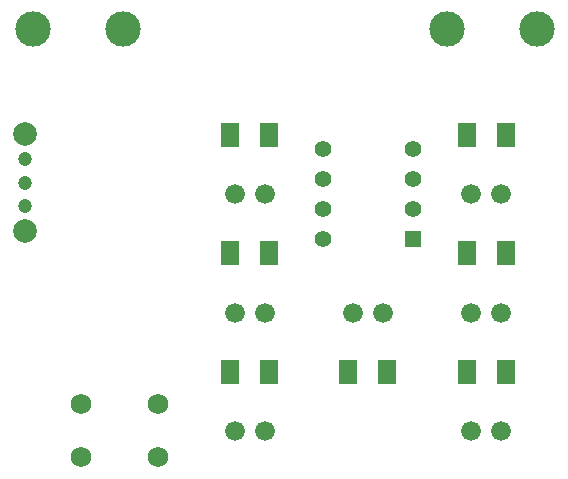
<source format=gbs>
G04 (created by PCBNEW (2013-07-07 BZR 4022)-stable) date 24.11.2014 19:09:12*
%MOIN*%
G04 Gerber Fmt 3.4, Leading zero omitted, Abs format*
%FSLAX34Y34*%
G01*
G70*
G90*
G04 APERTURE LIST*
%ADD10C,0.00590551*%
%ADD11R,0.06X0.08*%
%ADD12C,0.066*%
%ADD13C,0.11811*%
%ADD14R,0.055X0.055*%
%ADD15C,0.055*%
%ADD16C,0.0688976*%
%ADD17C,0.0472441*%
%ADD18C,0.0787402*%
G04 APERTURE END LIST*
G54D10*
G54D11*
X100256Y-43700D03*
X98956Y-43700D03*
X108130Y-51574D03*
X106830Y-51574D03*
X100256Y-47637D03*
X98956Y-47637D03*
X100256Y-51574D03*
X98956Y-51574D03*
X104193Y-51574D03*
X102893Y-51574D03*
X108130Y-43700D03*
X106830Y-43700D03*
X108130Y-47637D03*
X106830Y-47637D03*
G54D12*
X106980Y-53543D03*
X107980Y-53543D03*
X106980Y-49606D03*
X107980Y-49606D03*
X106980Y-45669D03*
X107980Y-45669D03*
X103043Y-49606D03*
X104043Y-49606D03*
X99106Y-53543D03*
X100106Y-53543D03*
X99106Y-49606D03*
X100106Y-49606D03*
X99106Y-45669D03*
X100106Y-45669D03*
G54D13*
X95387Y-40157D03*
X106187Y-40157D03*
X92387Y-40157D03*
X109187Y-40157D03*
G54D14*
X105043Y-47169D03*
G54D15*
X105043Y-46169D03*
X105043Y-45169D03*
X105043Y-44169D03*
X102043Y-44169D03*
X102043Y-45169D03*
X102043Y-46169D03*
X102043Y-47169D03*
G54D16*
X93996Y-54429D03*
X93996Y-52657D03*
X96555Y-52657D03*
X96555Y-54429D03*
G54D17*
X92125Y-45275D03*
X92125Y-46062D03*
G54D18*
X92125Y-46889D03*
X92125Y-43661D03*
G54D17*
X92125Y-44488D03*
M02*

</source>
